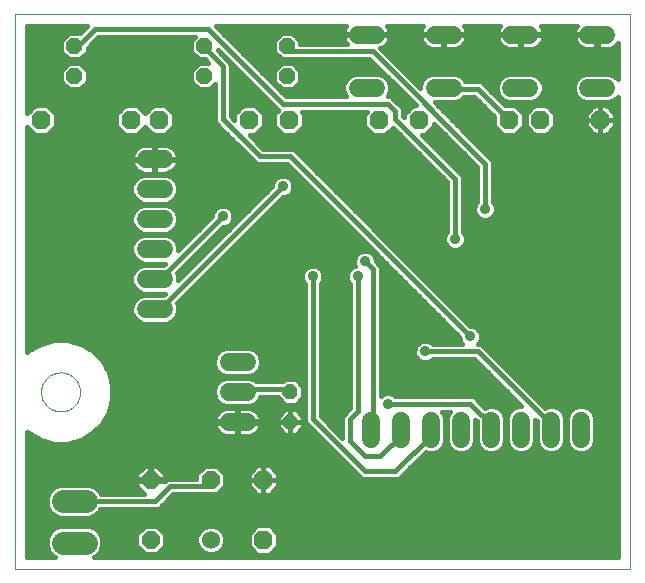
<source format=gbl>
G75*
G70*
%OFA0B0*%
%FSLAX24Y24*%
%IPPOS*%
%LPD*%
%AMOC8*
5,1,8,0,0,1.08239X$1,22.5*
%
%ADD10C,0.0000*%
%ADD11OC8,0.0630*%
%ADD12OC8,0.0500*%
%ADD13C,0.0750*%
%ADD14C,0.0600*%
%ADD15C,0.0600*%
%ADD16OC8,0.0600*%
%ADD17OC8,0.0520*%
%ADD18C,0.0160*%
%ADD19C,0.0356*%
D10*
X000258Y000893D02*
X000258Y019397D01*
X020731Y019397D01*
X020731Y000893D01*
X000258Y000893D01*
X001114Y006798D02*
X001116Y006848D01*
X001122Y006898D01*
X001132Y006948D01*
X001145Y006996D01*
X001162Y007044D01*
X001183Y007090D01*
X001207Y007134D01*
X001235Y007176D01*
X001266Y007216D01*
X001300Y007253D01*
X001337Y007288D01*
X001376Y007319D01*
X001417Y007348D01*
X001461Y007373D01*
X001507Y007395D01*
X001554Y007413D01*
X001602Y007427D01*
X001651Y007438D01*
X001701Y007445D01*
X001751Y007448D01*
X001802Y007447D01*
X001852Y007442D01*
X001902Y007433D01*
X001950Y007421D01*
X001998Y007404D01*
X002044Y007384D01*
X002089Y007361D01*
X002132Y007334D01*
X002172Y007304D01*
X002210Y007271D01*
X002245Y007235D01*
X002278Y007196D01*
X002307Y007155D01*
X002333Y007112D01*
X002356Y007067D01*
X002375Y007020D01*
X002390Y006972D01*
X002402Y006923D01*
X002410Y006873D01*
X002414Y006823D01*
X002414Y006773D01*
X002410Y006723D01*
X002402Y006673D01*
X002390Y006624D01*
X002375Y006576D01*
X002356Y006529D01*
X002333Y006484D01*
X002307Y006441D01*
X002278Y006400D01*
X002245Y006361D01*
X002210Y006325D01*
X002172Y006292D01*
X002132Y006262D01*
X002089Y006235D01*
X002044Y006212D01*
X001998Y006192D01*
X001950Y006175D01*
X001902Y006163D01*
X001852Y006154D01*
X001802Y006149D01*
X001751Y006148D01*
X001701Y006151D01*
X001651Y006158D01*
X001602Y006169D01*
X001554Y006183D01*
X001507Y006201D01*
X001461Y006223D01*
X001417Y006248D01*
X001376Y006277D01*
X001337Y006308D01*
X001300Y006343D01*
X001266Y006380D01*
X001235Y006420D01*
X001207Y006462D01*
X001183Y006506D01*
X001162Y006552D01*
X001145Y006600D01*
X001132Y006648D01*
X001122Y006698D01*
X001116Y006748D01*
X001114Y006798D01*
D11*
X008526Y003861D03*
X008526Y001861D03*
X008057Y015853D03*
X009388Y015853D03*
X012388Y015853D03*
X013719Y015853D03*
X016719Y015853D03*
X017762Y015853D03*
X019762Y015853D03*
X005057Y015853D03*
X004120Y015853D03*
X001120Y015853D03*
D12*
X009428Y006798D03*
X009428Y005798D03*
D13*
X002602Y003156D02*
X001852Y003156D01*
X001852Y001778D02*
X002602Y001778D01*
D14*
X007364Y005798D02*
X007964Y005798D01*
X007964Y006798D02*
X007364Y006798D01*
X007364Y007798D02*
X007964Y007798D01*
X005208Y009560D02*
X004608Y009560D01*
X004608Y010560D02*
X005208Y010560D01*
X005208Y011560D02*
X004608Y011560D01*
X004608Y012560D02*
X005208Y012560D01*
X005208Y013560D02*
X004608Y013560D01*
X004608Y014560D02*
X005208Y014560D01*
X011670Y016932D02*
X012270Y016932D01*
X012270Y018712D02*
X011670Y018712D01*
X014230Y018712D02*
X014830Y018712D01*
X014830Y016932D02*
X014230Y016932D01*
X016789Y016932D02*
X017389Y016932D01*
X017389Y018712D02*
X016789Y018712D01*
X019349Y018712D02*
X019949Y018712D01*
X019949Y016932D02*
X019349Y016932D01*
X019113Y005842D02*
X019113Y005242D01*
X018113Y005242D02*
X018113Y005842D01*
X017113Y005842D02*
X017113Y005242D01*
X016113Y005242D02*
X016113Y005842D01*
X015113Y005842D02*
X015113Y005242D01*
X014113Y005242D02*
X014113Y005842D01*
X013113Y005842D02*
X013113Y005242D01*
X012113Y005242D02*
X012113Y005842D01*
D15*
X006770Y001861D03*
D16*
X004770Y001861D03*
X004770Y003861D03*
X006770Y003861D03*
D17*
X006557Y017322D03*
X006557Y018322D03*
X009313Y018322D03*
X009313Y017322D03*
X002227Y017322D03*
X002227Y018322D03*
D18*
X002420Y018399D01*
X002920Y018899D01*
X006670Y018899D01*
X009170Y016399D01*
X012670Y016399D01*
X012920Y016149D01*
X012920Y015899D01*
X014920Y013899D01*
X014920Y011899D01*
X015180Y012145D02*
X015180Y013847D01*
X015180Y013950D01*
X015140Y014046D01*
X013828Y015358D01*
X013924Y015358D01*
X014214Y015648D01*
X014214Y015737D01*
X015660Y014291D01*
X015660Y013145D01*
X015616Y013101D01*
X015562Y012970D01*
X015562Y012827D01*
X015616Y012696D01*
X015717Y012595D01*
X015848Y012540D01*
X015991Y012540D01*
X016123Y012595D01*
X016223Y012696D01*
X016278Y012827D01*
X016278Y012970D01*
X016223Y013101D01*
X016180Y013145D01*
X016180Y014347D01*
X016180Y014450D01*
X016140Y014546D01*
X014234Y016452D01*
X014926Y016452D01*
X015102Y016525D01*
X015216Y016639D01*
X015562Y016639D01*
X016224Y015977D01*
X016224Y015648D01*
X016514Y015358D01*
X016924Y015358D01*
X017214Y015648D01*
X017214Y016058D01*
X016924Y016348D01*
X016588Y016348D01*
X015817Y017119D01*
X015721Y017158D01*
X015618Y017158D01*
X015256Y017158D01*
X015237Y017204D01*
X015102Y017339D01*
X014926Y017412D01*
X014135Y017412D01*
X013958Y017339D01*
X013823Y017204D01*
X013750Y017027D01*
X013750Y016935D01*
X012428Y018258D01*
X012455Y018267D01*
X012522Y018301D01*
X012583Y018346D01*
X012636Y018399D01*
X012681Y018460D01*
X012715Y018527D01*
X012739Y018599D01*
X012750Y018674D01*
X012750Y018692D01*
X011991Y018692D01*
X011991Y018732D01*
X012750Y018732D01*
X012750Y018749D01*
X012739Y018824D01*
X012715Y018896D01*
X012681Y018963D01*
X012652Y019003D01*
X013849Y019003D01*
X013820Y018963D01*
X013786Y018896D01*
X013762Y018824D01*
X013750Y018749D01*
X013750Y018732D01*
X014510Y018732D01*
X014510Y018692D01*
X013750Y018692D01*
X013750Y018674D01*
X013762Y018599D01*
X013786Y018527D01*
X013820Y018460D01*
X013864Y018399D01*
X013918Y018346D01*
X013979Y018301D01*
X014046Y018267D01*
X014118Y018244D01*
X014193Y018232D01*
X014510Y018232D01*
X014510Y018691D01*
X014550Y018691D01*
X014550Y018232D01*
X014868Y018232D01*
X014943Y018244D01*
X015015Y018267D01*
X015082Y018301D01*
X015143Y018346D01*
X015196Y018399D01*
X015241Y018460D01*
X015275Y018527D01*
X015299Y018599D01*
X015310Y018674D01*
X015310Y018692D01*
X014551Y018692D01*
X014551Y018732D01*
X015310Y018732D01*
X015310Y018749D01*
X015299Y018824D01*
X015275Y018896D01*
X015241Y018963D01*
X015212Y019003D01*
X016407Y019003D01*
X016378Y018963D01*
X016344Y018896D01*
X016320Y018824D01*
X016309Y018749D01*
X016309Y018732D01*
X017068Y018732D01*
X017068Y018692D01*
X016309Y018692D01*
X016309Y018674D01*
X016320Y018599D01*
X016344Y018527D01*
X016378Y018460D01*
X016422Y018399D01*
X016476Y018346D01*
X016537Y018301D01*
X016604Y018267D01*
X016676Y018244D01*
X016751Y018232D01*
X017068Y018232D01*
X017068Y018691D01*
X017109Y018691D01*
X017109Y018232D01*
X017426Y018232D01*
X017501Y018244D01*
X017573Y018267D01*
X017640Y018301D01*
X017701Y018346D01*
X017755Y018399D01*
X017799Y018460D01*
X017833Y018527D01*
X017857Y018599D01*
X017868Y018674D01*
X017868Y018692D01*
X017109Y018692D01*
X017109Y018732D01*
X017868Y018732D01*
X017868Y018749D01*
X017857Y018824D01*
X017833Y018896D01*
X017799Y018963D01*
X017770Y019003D01*
X018967Y019003D01*
X018938Y018963D01*
X018904Y018896D01*
X018880Y018824D01*
X018869Y018749D01*
X018869Y018732D01*
X019628Y018732D01*
X019628Y018692D01*
X018869Y018692D01*
X018869Y018674D01*
X018880Y018599D01*
X018904Y018527D01*
X018938Y018460D01*
X018982Y018399D01*
X019036Y018346D01*
X019097Y018301D01*
X019164Y018267D01*
X019236Y018244D01*
X019311Y018232D01*
X019628Y018232D01*
X019628Y018691D01*
X019669Y018691D01*
X019669Y018232D01*
X019986Y018232D01*
X020061Y018244D01*
X020133Y018267D01*
X020200Y018301D01*
X020261Y018346D01*
X020315Y018399D01*
X020337Y018430D01*
X020337Y017222D01*
X020220Y017339D01*
X020044Y017412D01*
X019253Y017412D01*
X019077Y017339D01*
X018942Y017204D01*
X018869Y017027D01*
X018869Y016836D01*
X018942Y016660D01*
X019077Y016525D01*
X019253Y016452D01*
X020044Y016452D01*
X020220Y016525D01*
X020337Y016641D01*
X020337Y001286D01*
X002864Y001286D01*
X002916Y001308D01*
X003072Y001464D01*
X003157Y001668D01*
X003157Y001889D01*
X003072Y002093D01*
X002916Y002249D01*
X002712Y002333D01*
X001741Y002333D01*
X001537Y002249D01*
X001381Y002093D01*
X001297Y001889D01*
X001297Y001668D01*
X001381Y001464D01*
X001537Y001308D01*
X001590Y001286D01*
X000652Y001286D01*
X000652Y005463D01*
X000702Y005414D01*
X001096Y005186D01*
X001536Y005068D01*
X001992Y005068D01*
X002432Y005186D01*
X002826Y005414D01*
X003148Y005736D01*
X003376Y006130D01*
X003494Y006570D01*
X003494Y007026D01*
X003376Y007466D01*
X003148Y007860D01*
X002826Y008182D01*
X002432Y008410D01*
X001992Y008528D01*
X001536Y008528D01*
X001096Y008410D01*
X000702Y008182D01*
X000652Y008133D01*
X000652Y015622D01*
X000915Y015358D01*
X001325Y015358D01*
X001615Y015648D01*
X001615Y016058D01*
X001325Y016348D01*
X000915Y016348D01*
X000652Y016085D01*
X000652Y019003D01*
X002656Y019003D01*
X002412Y018759D01*
X002409Y018762D01*
X002045Y018762D01*
X001787Y018504D01*
X001787Y018139D01*
X002045Y017882D01*
X002409Y017882D01*
X002667Y018139D01*
X002667Y018278D01*
X003027Y018639D01*
X006252Y018639D01*
X006117Y018504D01*
X006117Y018139D01*
X006375Y017882D01*
X006569Y017882D01*
X006689Y017762D01*
X006375Y017762D01*
X006117Y017504D01*
X006117Y017139D01*
X006375Y016882D01*
X006740Y016882D01*
X006910Y017052D01*
X006910Y015847D01*
X006949Y015751D01*
X007022Y015678D01*
X008272Y014428D01*
X008368Y014389D01*
X008471Y014389D01*
X009312Y014389D01*
X015062Y008639D01*
X015062Y008577D01*
X015116Y008446D01*
X015153Y008408D01*
X014166Y008408D01*
X014123Y008452D01*
X013991Y008507D01*
X013848Y008507D01*
X013717Y008452D01*
X013616Y008351D01*
X013562Y008220D01*
X013562Y008077D01*
X013616Y007946D01*
X013717Y007845D01*
X013848Y007790D01*
X013991Y007790D01*
X014123Y007845D01*
X014166Y007889D01*
X015562Y007889D01*
X017128Y006322D01*
X017017Y006322D01*
X016841Y006249D01*
X016706Y006114D01*
X016633Y005938D01*
X016633Y005147D01*
X016706Y004970D01*
X016841Y004835D01*
X017017Y004762D01*
X017208Y004762D01*
X017384Y004835D01*
X017519Y004970D01*
X017593Y005147D01*
X017593Y005858D01*
X017633Y005818D01*
X017633Y005147D01*
X017706Y004970D01*
X017841Y004835D01*
X018017Y004762D01*
X018208Y004762D01*
X018384Y004835D01*
X018519Y004970D01*
X018593Y005147D01*
X018593Y005938D01*
X018519Y006114D01*
X018384Y006249D01*
X018208Y006322D01*
X018017Y006322D01*
X017909Y006277D01*
X015817Y008369D01*
X015721Y008408D01*
X015686Y008408D01*
X015723Y008446D01*
X015778Y008577D01*
X015778Y008720D01*
X015723Y008851D01*
X015623Y008952D01*
X015491Y009007D01*
X015429Y009007D01*
X009640Y014796D01*
X009567Y014869D01*
X009471Y014908D01*
X008527Y014908D01*
X008078Y015358D01*
X008262Y015358D01*
X008552Y015648D01*
X008552Y016058D01*
X008262Y016348D01*
X007852Y016348D01*
X007562Y016058D01*
X007562Y015873D01*
X007430Y016006D01*
X007430Y017597D01*
X007430Y017700D01*
X007390Y017796D01*
X006997Y018188D01*
X006997Y018203D01*
X009018Y016183D01*
X008893Y016058D01*
X008893Y015648D01*
X009183Y015358D01*
X009593Y015358D01*
X009883Y015648D01*
X009883Y016058D01*
X009803Y016139D01*
X011974Y016139D01*
X011893Y016058D01*
X011893Y015648D01*
X012183Y015358D01*
X012593Y015358D01*
X012843Y015608D01*
X014660Y013791D01*
X014660Y012145D01*
X014616Y012101D01*
X014562Y011970D01*
X014562Y011827D01*
X014616Y011696D01*
X014717Y011595D01*
X014848Y011540D01*
X014991Y011540D01*
X015123Y011595D01*
X015223Y011696D01*
X015278Y011827D01*
X015278Y011970D01*
X015223Y012101D01*
X015180Y012145D01*
X015180Y012210D02*
X020337Y012210D01*
X020337Y012368D02*
X015180Y012368D01*
X015180Y012527D02*
X020337Y012527D01*
X020337Y012685D02*
X016213Y012685D01*
X016278Y012844D02*
X020337Y012844D01*
X020337Y013003D02*
X016264Y013003D01*
X016180Y013161D02*
X020337Y013161D01*
X020337Y013320D02*
X016180Y013320D01*
X016180Y013478D02*
X020337Y013478D01*
X020337Y013637D02*
X016180Y013637D01*
X016180Y013795D02*
X020337Y013795D01*
X020337Y013954D02*
X016180Y013954D01*
X016180Y014112D02*
X020337Y014112D01*
X020337Y014271D02*
X016180Y014271D01*
X016180Y014429D02*
X020337Y014429D01*
X020337Y014588D02*
X016098Y014588D01*
X015939Y014747D02*
X020337Y014747D01*
X020337Y014905D02*
X015781Y014905D01*
X015622Y015064D02*
X020337Y015064D01*
X020337Y015222D02*
X015464Y015222D01*
X015305Y015381D02*
X016491Y015381D01*
X016333Y015539D02*
X015147Y015539D01*
X014988Y015698D02*
X016224Y015698D01*
X016224Y015856D02*
X014829Y015856D01*
X014671Y016015D02*
X016186Y016015D01*
X016027Y016173D02*
X014512Y016173D01*
X014354Y016332D02*
X015869Y016332D01*
X015710Y016491D02*
X015019Y016491D01*
X014670Y016899D02*
X014530Y016932D01*
X014670Y016899D02*
X015670Y016899D01*
X016670Y015899D01*
X016719Y015853D01*
X017214Y015856D02*
X017267Y015856D01*
X017267Y015698D02*
X017214Y015698D01*
X017267Y015648D02*
X017557Y015358D01*
X017967Y015358D01*
X018257Y015648D01*
X018257Y016058D01*
X017967Y016348D01*
X017557Y016348D01*
X017267Y016058D01*
X017267Y015648D01*
X017376Y015539D02*
X017105Y015539D01*
X016946Y015381D02*
X017535Y015381D01*
X017990Y015381D02*
X019535Y015381D01*
X019557Y015358D02*
X019762Y015358D01*
X019762Y015853D01*
X019762Y015853D01*
X019267Y015853D01*
X019267Y015648D01*
X019557Y015358D01*
X019762Y015358D02*
X019967Y015358D01*
X020257Y015648D01*
X020257Y015853D01*
X019763Y015853D01*
X019763Y015853D01*
X020257Y015853D01*
X020257Y016058D01*
X019967Y016348D01*
X019762Y016348D01*
X019557Y016348D01*
X019267Y016058D01*
X019267Y015853D01*
X019762Y015853D01*
X019762Y015853D01*
X019762Y015358D01*
X019762Y015381D02*
X019762Y015381D01*
X019762Y015539D02*
X019762Y015539D01*
X019762Y015698D02*
X019762Y015698D01*
X019762Y015854D02*
X019762Y016348D01*
X019762Y015854D01*
X019762Y015854D01*
X019762Y015856D02*
X019762Y015856D01*
X019762Y016015D02*
X019762Y016015D01*
X019762Y016173D02*
X019762Y016173D01*
X019762Y016332D02*
X019762Y016332D01*
X019541Y016332D02*
X017983Y016332D01*
X018142Y016173D02*
X019382Y016173D01*
X019267Y016015D02*
X018257Y016015D01*
X018257Y015856D02*
X019267Y015856D01*
X019267Y015698D02*
X018257Y015698D01*
X018148Y015539D02*
X019376Y015539D01*
X019990Y015381D02*
X020337Y015381D01*
X020337Y015539D02*
X020148Y015539D01*
X020257Y015698D02*
X020337Y015698D01*
X020337Y015856D02*
X020257Y015856D01*
X020257Y016015D02*
X020337Y016015D01*
X020337Y016173D02*
X020142Y016173D01*
X019983Y016332D02*
X020337Y016332D01*
X020337Y016491D02*
X020138Y016491D01*
X020276Y017283D02*
X020337Y017283D01*
X020337Y017442D02*
X013244Y017442D01*
X013086Y017600D02*
X020337Y017600D01*
X020337Y017759D02*
X012927Y017759D01*
X012768Y017917D02*
X020337Y017917D01*
X020337Y018076D02*
X012610Y018076D01*
X012451Y018234D02*
X014175Y018234D01*
X013870Y018393D02*
X012631Y018393D01*
X012723Y018552D02*
X013778Y018552D01*
X013777Y018869D02*
X012724Y018869D01*
X011991Y018710D02*
X014510Y018710D01*
X014551Y018710D02*
X017068Y018710D01*
X017109Y018710D02*
X019628Y018710D01*
X019628Y018552D02*
X019669Y018552D01*
X019669Y018393D02*
X019628Y018393D01*
X019628Y018234D02*
X019669Y018234D01*
X019293Y018234D02*
X017444Y018234D01*
X017109Y018234D02*
X017068Y018234D01*
X017068Y018393D02*
X017109Y018393D01*
X017109Y018552D02*
X017068Y018552D01*
X016733Y018234D02*
X014886Y018234D01*
X014550Y018234D02*
X014510Y018234D01*
X014510Y018393D02*
X014550Y018393D01*
X014550Y018552D02*
X014510Y018552D01*
X015191Y018393D02*
X016428Y018393D01*
X016336Y018552D02*
X015283Y018552D01*
X015284Y018869D02*
X016335Y018869D01*
X017749Y018393D02*
X018988Y018393D01*
X018896Y018552D02*
X017841Y018552D01*
X017842Y018869D02*
X018895Y018869D01*
X020004Y018234D02*
X020337Y018234D01*
X020337Y018393D02*
X020309Y018393D01*
X019021Y017283D02*
X017716Y017283D01*
X017660Y017339D02*
X017484Y017412D01*
X016693Y017412D01*
X016517Y017339D01*
X016382Y017204D01*
X016309Y017027D01*
X016309Y016836D01*
X016382Y016660D01*
X016517Y016525D01*
X016693Y016452D01*
X017484Y016452D01*
X017660Y016525D01*
X017795Y016660D01*
X017868Y016836D01*
X017868Y017027D01*
X017795Y017204D01*
X017660Y017339D01*
X017828Y017125D02*
X018909Y017125D01*
X018869Y016966D02*
X017868Y016966D01*
X017857Y016808D02*
X018880Y016808D01*
X018952Y016649D02*
X017785Y016649D01*
X017578Y016491D02*
X019159Y016491D01*
X017541Y016332D02*
X016940Y016332D01*
X017099Y016173D02*
X017382Y016173D01*
X017267Y016015D02*
X017214Y016015D01*
X016599Y016491D02*
X016445Y016491D01*
X016392Y016649D02*
X016287Y016649D01*
X016320Y016808D02*
X016128Y016808D01*
X015970Y016966D02*
X016309Y016966D01*
X016349Y017125D02*
X015803Y017125D01*
X015158Y017283D02*
X016461Y017283D01*
X014570Y015381D02*
X013946Y015381D01*
X013964Y015222D02*
X014728Y015222D01*
X014887Y015064D02*
X014122Y015064D01*
X014281Y014905D02*
X015045Y014905D01*
X015204Y014747D02*
X014439Y014747D01*
X014598Y014588D02*
X015362Y014588D01*
X015521Y014429D02*
X014756Y014429D01*
X014915Y014271D02*
X015660Y014271D01*
X015660Y014112D02*
X015073Y014112D01*
X015178Y013954D02*
X015660Y013954D01*
X015660Y013795D02*
X015180Y013795D01*
X015180Y013637D02*
X015660Y013637D01*
X015660Y013478D02*
X015180Y013478D01*
X015180Y013320D02*
X015660Y013320D01*
X015660Y013161D02*
X015180Y013161D01*
X015180Y013003D02*
X015575Y013003D01*
X015562Y012844D02*
X015180Y012844D01*
X015180Y012685D02*
X015626Y012685D01*
X015920Y012899D02*
X015920Y014399D01*
X012170Y018149D01*
X009420Y018149D01*
X009313Y018322D01*
X009706Y018552D02*
X011218Y018552D01*
X011226Y018527D02*
X011260Y018460D01*
X011297Y018408D01*
X009753Y018408D01*
X009753Y018504D01*
X009496Y018762D01*
X009131Y018762D01*
X008873Y018504D01*
X008873Y018139D01*
X009131Y017882D01*
X009496Y017882D01*
X009502Y017889D01*
X012062Y017889D01*
X013602Y016348D01*
X013514Y016348D01*
X013224Y016058D01*
X013224Y015962D01*
X013180Y016006D01*
X013180Y016097D01*
X013180Y016200D01*
X013140Y016296D01*
X012890Y016546D01*
X012817Y016619D01*
X012721Y016658D01*
X012676Y016658D01*
X012677Y016660D01*
X012750Y016836D01*
X012750Y017027D01*
X012677Y017204D01*
X012542Y017339D01*
X012366Y017412D01*
X011575Y017412D01*
X011398Y017339D01*
X011263Y017204D01*
X011190Y017027D01*
X011190Y016836D01*
X011263Y016660D01*
X011265Y016658D01*
X009277Y016658D01*
X006933Y019003D01*
X011289Y019003D01*
X011260Y018963D01*
X011226Y018896D01*
X011202Y018824D01*
X011190Y018749D01*
X011190Y018732D01*
X011950Y018732D01*
X011950Y018692D01*
X011190Y018692D01*
X011190Y018674D01*
X011202Y018599D01*
X011226Y018527D01*
X011217Y018869D02*
X007067Y018869D01*
X007226Y018710D02*
X009080Y018710D01*
X008921Y018552D02*
X007384Y018552D01*
X007543Y018393D02*
X008873Y018393D01*
X008873Y018234D02*
X007701Y018234D01*
X007860Y018076D02*
X008937Y018076D01*
X009095Y017917D02*
X008018Y017917D01*
X008177Y017759D02*
X009128Y017759D01*
X009131Y017762D02*
X008873Y017504D01*
X008873Y017139D01*
X009131Y016882D01*
X009496Y016882D01*
X009753Y017139D01*
X009753Y017504D01*
X009496Y017762D01*
X009131Y017762D01*
X008970Y017600D02*
X008336Y017600D01*
X008494Y017442D02*
X008873Y017442D01*
X008873Y017283D02*
X008653Y017283D01*
X008811Y017125D02*
X008888Y017125D01*
X008970Y016966D02*
X009047Y016966D01*
X009128Y016808D02*
X011202Y016808D01*
X011190Y016966D02*
X009580Y016966D01*
X009739Y017125D02*
X011231Y017125D01*
X011343Y017283D02*
X009753Y017283D01*
X009753Y017442D02*
X012509Y017442D01*
X012598Y017283D02*
X012667Y017283D01*
X012710Y017125D02*
X012826Y017125D01*
X012750Y016966D02*
X012984Y016966D01*
X013143Y016808D02*
X012738Y016808D01*
X012744Y016649D02*
X013301Y016649D01*
X013460Y016491D02*
X012945Y016491D01*
X013104Y016332D02*
X013498Y016332D01*
X013339Y016173D02*
X013180Y016173D01*
X013180Y016015D02*
X013224Y016015D01*
X012911Y015539D02*
X012774Y015539D01*
X012616Y015381D02*
X013070Y015381D01*
X013228Y015222D02*
X008214Y015222D01*
X008285Y015381D02*
X009161Y015381D01*
X009002Y015539D02*
X008444Y015539D01*
X008552Y015698D02*
X008893Y015698D01*
X008893Y015856D02*
X008552Y015856D01*
X008552Y016015D02*
X008893Y016015D01*
X009008Y016173D02*
X008437Y016173D01*
X008279Y016332D02*
X008869Y016332D01*
X008710Y016491D02*
X007430Y016491D01*
X007430Y016649D02*
X008551Y016649D01*
X008393Y016808D02*
X007430Y016808D01*
X007430Y016966D02*
X008234Y016966D01*
X008076Y017125D02*
X007430Y017125D01*
X007430Y017283D02*
X007917Y017283D01*
X007759Y017442D02*
X007430Y017442D01*
X007430Y017600D02*
X007600Y017600D01*
X007442Y017759D02*
X007405Y017759D01*
X007283Y017917D02*
X007268Y017917D01*
X007125Y018076D02*
X007110Y018076D01*
X007170Y017649D02*
X006670Y018149D01*
X006557Y018322D01*
X006117Y018393D02*
X002782Y018393D01*
X002667Y018234D02*
X006117Y018234D01*
X006181Y018076D02*
X002603Y018076D01*
X002445Y017917D02*
X006340Y017917D01*
X006372Y017759D02*
X002412Y017759D01*
X002409Y017762D02*
X002045Y017762D01*
X001787Y017504D01*
X001787Y017139D01*
X002045Y016882D01*
X002409Y016882D01*
X002667Y017139D01*
X002667Y017504D01*
X002409Y017762D01*
X002570Y017600D02*
X006214Y017600D01*
X006117Y017442D02*
X002667Y017442D01*
X002667Y017283D02*
X006117Y017283D01*
X006132Y017125D02*
X002652Y017125D01*
X002493Y016966D02*
X006291Y016966D01*
X006824Y016966D02*
X006910Y016966D01*
X006910Y016808D02*
X000652Y016808D01*
X000652Y016966D02*
X001960Y016966D01*
X001802Y017125D02*
X000652Y017125D01*
X000652Y017283D02*
X001787Y017283D01*
X001787Y017442D02*
X000652Y017442D01*
X000652Y017600D02*
X001883Y017600D01*
X002042Y017759D02*
X000652Y017759D01*
X000652Y017917D02*
X002009Y017917D01*
X001850Y018076D02*
X000652Y018076D01*
X000652Y018234D02*
X001787Y018234D01*
X001787Y018393D02*
X000652Y018393D01*
X000652Y018552D02*
X001834Y018552D01*
X001993Y018710D02*
X000652Y018710D01*
X000652Y018869D02*
X002522Y018869D01*
X002940Y018552D02*
X006165Y018552D01*
X007170Y017649D02*
X007170Y015899D01*
X008420Y014649D01*
X009420Y014649D01*
X015420Y008649D01*
X015772Y008563D02*
X020337Y008563D01*
X020337Y008405D02*
X015730Y008405D01*
X015940Y008246D02*
X020337Y008246D01*
X020337Y008088D02*
X016098Y008088D01*
X016257Y007929D02*
X020337Y007929D01*
X020337Y007771D02*
X016415Y007771D01*
X016574Y007612D02*
X020337Y007612D01*
X020337Y007454D02*
X016732Y007454D01*
X016891Y007295D02*
X020337Y007295D01*
X020337Y007136D02*
X017049Y007136D01*
X017208Y006978D02*
X020337Y006978D01*
X020337Y006819D02*
X017366Y006819D01*
X017525Y006661D02*
X020337Y006661D01*
X020337Y006502D02*
X017684Y006502D01*
X017842Y006344D02*
X020337Y006344D01*
X020337Y006185D02*
X019448Y006185D01*
X019384Y006249D02*
X019208Y006322D01*
X019017Y006322D01*
X018841Y006249D01*
X018706Y006114D01*
X018633Y005938D01*
X018633Y005147D01*
X018706Y004970D01*
X018841Y004835D01*
X019017Y004762D01*
X019208Y004762D01*
X019384Y004835D01*
X019519Y004970D01*
X019593Y005147D01*
X019593Y005938D01*
X019519Y006114D01*
X019384Y006249D01*
X019556Y006027D02*
X020337Y006027D01*
X020337Y005868D02*
X019593Y005868D01*
X019593Y005710D02*
X020337Y005710D01*
X020337Y005551D02*
X019593Y005551D01*
X019593Y005392D02*
X020337Y005392D01*
X020337Y005234D02*
X019593Y005234D01*
X019563Y005075D02*
X020337Y005075D01*
X020337Y004917D02*
X019466Y004917D01*
X018759Y004917D02*
X018466Y004917D01*
X018563Y005075D02*
X018662Y005075D01*
X018633Y005234D02*
X018593Y005234D01*
X018593Y005392D02*
X018633Y005392D01*
X018633Y005551D02*
X018593Y005551D01*
X018593Y005710D02*
X018633Y005710D01*
X018633Y005868D02*
X018593Y005868D01*
X018556Y006027D02*
X018669Y006027D01*
X018777Y006185D02*
X018448Y006185D01*
X018170Y005649D02*
X018113Y005542D01*
X018170Y005649D02*
X015670Y008149D01*
X013920Y008149D01*
X013670Y008405D02*
X012430Y008405D01*
X012430Y008563D02*
X015067Y008563D01*
X014979Y008722D02*
X012430Y008722D01*
X012430Y008880D02*
X014820Y008880D01*
X014661Y009039D02*
X012430Y009039D01*
X012430Y009198D02*
X014503Y009198D01*
X014344Y009356D02*
X012430Y009356D01*
X012430Y009515D02*
X014186Y009515D01*
X014027Y009673D02*
X012430Y009673D01*
X012430Y009832D02*
X013869Y009832D01*
X013710Y009990D02*
X012430Y009990D01*
X012430Y010149D02*
X013552Y010149D01*
X013393Y010307D02*
X012430Y010307D01*
X012430Y010466D02*
X013235Y010466D01*
X013076Y010624D02*
X012430Y010624D01*
X012430Y010783D02*
X012918Y010783D01*
X012759Y010941D02*
X012430Y010941D01*
X012430Y010950D02*
X012390Y011046D01*
X012317Y011119D01*
X012278Y011158D01*
X012278Y011220D01*
X012223Y011351D01*
X012123Y011452D01*
X011991Y011507D01*
X011848Y011507D01*
X011717Y011452D01*
X011616Y011351D01*
X011562Y011220D01*
X011562Y011077D01*
X011592Y011004D01*
X011467Y010952D01*
X011366Y010851D01*
X011312Y010720D01*
X011312Y010577D01*
X011366Y010446D01*
X011410Y010402D01*
X011410Y006256D01*
X011272Y006119D01*
X011199Y006046D01*
X011160Y005950D01*
X011160Y005276D01*
X010430Y006006D01*
X010430Y010402D01*
X010473Y010446D01*
X010528Y010577D01*
X010528Y010720D01*
X010473Y010851D01*
X010373Y010952D01*
X010241Y011007D01*
X010098Y011007D01*
X009967Y010952D01*
X009866Y010851D01*
X009812Y010720D01*
X009812Y010577D01*
X009866Y010446D01*
X009910Y010402D01*
X009910Y005950D01*
X009910Y005847D01*
X009949Y005751D01*
X011699Y004001D01*
X011772Y003928D01*
X011868Y003889D01*
X012868Y003889D01*
X012971Y003889D01*
X013067Y003928D01*
X013935Y004796D01*
X014017Y004762D01*
X014208Y004762D01*
X014384Y004835D01*
X014519Y004970D01*
X014593Y005147D01*
X014593Y005938D01*
X014519Y006114D01*
X014495Y006139D01*
X014730Y006139D01*
X014706Y006114D01*
X014633Y005938D01*
X014633Y005147D01*
X014706Y004970D01*
X014841Y004835D01*
X015017Y004762D01*
X015208Y004762D01*
X015384Y004835D01*
X015519Y004970D01*
X015593Y005147D01*
X015593Y005858D01*
X015633Y005818D01*
X015633Y005147D01*
X015706Y004970D01*
X015841Y004835D01*
X016017Y004762D01*
X016208Y004762D01*
X016384Y004835D01*
X016519Y004970D01*
X016593Y005147D01*
X016593Y005938D01*
X016519Y006114D01*
X016384Y006249D01*
X016208Y006322D01*
X016017Y006322D01*
X015909Y006277D01*
X015567Y006619D01*
X015471Y006658D01*
X015368Y006658D01*
X012916Y006658D01*
X012873Y006702D01*
X012741Y006757D01*
X012598Y006757D01*
X012467Y006702D01*
X012430Y006665D01*
X012430Y010950D01*
X012336Y011100D02*
X012600Y011100D01*
X012442Y011259D02*
X012262Y011259D01*
X012283Y011417D02*
X012157Y011417D01*
X012125Y011576D02*
X007464Y011576D01*
X007306Y011417D02*
X011682Y011417D01*
X011578Y011259D02*
X007147Y011259D01*
X006989Y011100D02*
X011562Y011100D01*
X011456Y010941D02*
X010383Y010941D01*
X010502Y010783D02*
X011338Y010783D01*
X011312Y010624D02*
X010528Y010624D01*
X010482Y010466D02*
X011358Y010466D01*
X011410Y010307D02*
X010430Y010307D01*
X010430Y010149D02*
X011410Y010149D01*
X011410Y009990D02*
X010430Y009990D01*
X010430Y009832D02*
X011410Y009832D01*
X011410Y009673D02*
X010430Y009673D01*
X010430Y009515D02*
X011410Y009515D01*
X011410Y009356D02*
X010430Y009356D01*
X010430Y009198D02*
X011410Y009198D01*
X011410Y009039D02*
X010430Y009039D01*
X010430Y008880D02*
X011410Y008880D01*
X011410Y008722D02*
X010430Y008722D01*
X010430Y008563D02*
X011410Y008563D01*
X011410Y008405D02*
X010430Y008405D01*
X010430Y008246D02*
X011410Y008246D01*
X011410Y008088D02*
X010430Y008088D01*
X010430Y007929D02*
X011410Y007929D01*
X011410Y007771D02*
X010430Y007771D01*
X010430Y007612D02*
X011410Y007612D01*
X011410Y007454D02*
X010430Y007454D01*
X010430Y007295D02*
X011410Y007295D01*
X011410Y007136D02*
X010430Y007136D01*
X010430Y006978D02*
X011410Y006978D01*
X011410Y006819D02*
X010430Y006819D01*
X010430Y006661D02*
X011410Y006661D01*
X011410Y006502D02*
X010430Y006502D01*
X010430Y006344D02*
X011410Y006344D01*
X011339Y006185D02*
X010430Y006185D01*
X010430Y006027D02*
X011191Y006027D01*
X011272Y006119D02*
X011272Y006119D01*
X011420Y005899D02*
X011420Y005149D01*
X011920Y004649D01*
X012420Y004649D01*
X013170Y005399D01*
X013113Y005542D01*
X012170Y005649D02*
X012113Y005542D01*
X012170Y005649D02*
X012170Y010899D01*
X011920Y011149D01*
X011670Y010649D02*
X011670Y006149D01*
X011420Y005899D01*
X011160Y005868D02*
X010568Y005868D01*
X010726Y005710D02*
X011160Y005710D01*
X011160Y005551D02*
X010885Y005551D01*
X011043Y005392D02*
X011160Y005392D01*
X010784Y004917D02*
X000652Y004917D01*
X000652Y005075D02*
X001509Y005075D01*
X001013Y005234D02*
X000652Y005234D01*
X000652Y005392D02*
X000738Y005392D01*
X000652Y004758D02*
X010942Y004758D01*
X011101Y004600D02*
X000652Y004600D01*
X000652Y004441D02*
X011259Y004441D01*
X011418Y004283D02*
X008804Y004283D01*
X008731Y004356D02*
X008526Y004356D01*
X008526Y003861D01*
X008526Y003366D01*
X008731Y003366D01*
X009021Y003656D01*
X009021Y003861D01*
X008526Y003861D01*
X008526Y003861D01*
X008526Y003861D01*
X008526Y003366D01*
X008321Y003366D01*
X008031Y003656D01*
X008031Y003861D01*
X008526Y003861D01*
X008526Y003861D01*
X009021Y003861D01*
X009021Y004066D01*
X008731Y004356D01*
X008526Y004356D02*
X008321Y004356D01*
X008031Y004066D01*
X008031Y003861D01*
X008526Y003861D01*
X008526Y003861D01*
X008526Y004356D01*
X008526Y004283D02*
X008526Y004283D01*
X008526Y004124D02*
X008526Y004124D01*
X008526Y003966D02*
X008526Y003966D01*
X008526Y003807D02*
X008526Y003807D01*
X008526Y003649D02*
X008526Y003649D01*
X008526Y003490D02*
X008526Y003490D01*
X008855Y003490D02*
X020337Y003490D01*
X020337Y003649D02*
X009013Y003649D01*
X009021Y003807D02*
X020337Y003807D01*
X020337Y003966D02*
X013104Y003966D01*
X013263Y004124D02*
X020337Y004124D01*
X020337Y004283D02*
X013421Y004283D01*
X013580Y004441D02*
X020337Y004441D01*
X020337Y004600D02*
X013739Y004600D01*
X013897Y004758D02*
X020337Y004758D01*
X020337Y003331D02*
X005470Y003331D01*
X005527Y003389D02*
X006564Y003389D01*
X006571Y003381D01*
X006969Y003381D01*
X007250Y003662D01*
X007250Y004060D01*
X006969Y004341D01*
X006571Y004341D01*
X006290Y004060D01*
X006290Y003908D01*
X005471Y003908D01*
X005368Y003908D01*
X005272Y003869D01*
X005245Y003841D01*
X004790Y003841D01*
X004790Y003881D01*
X005250Y003881D01*
X005250Y004060D01*
X004969Y004341D01*
X004790Y004341D01*
X004790Y003881D01*
X004750Y003881D01*
X004750Y003841D01*
X004290Y003841D01*
X004290Y003662D01*
X004544Y003408D01*
X003098Y003408D01*
X003072Y003471D01*
X002916Y003627D01*
X002712Y003711D01*
X001741Y003711D01*
X001537Y003627D01*
X001381Y003471D01*
X001297Y003267D01*
X001297Y003046D01*
X001381Y002842D01*
X001537Y002686D01*
X001741Y002601D01*
X002712Y002601D01*
X002916Y002686D01*
X003072Y002842D01*
X003091Y002889D01*
X004971Y002889D01*
X005067Y002928D01*
X005140Y003001D01*
X005140Y003001D01*
X005527Y003389D01*
X005420Y003649D02*
X004920Y003149D01*
X002420Y003149D01*
X002227Y003156D01*
X002864Y003649D02*
X004304Y003649D01*
X004290Y003807D02*
X000652Y003807D01*
X000652Y003649D02*
X001590Y003649D01*
X001400Y003490D02*
X000652Y003490D01*
X000652Y003331D02*
X001324Y003331D01*
X001297Y003173D02*
X000652Y003173D01*
X000652Y003014D02*
X001310Y003014D01*
X001376Y002856D02*
X000652Y002856D01*
X000652Y002697D02*
X001526Y002697D01*
X001510Y002222D02*
X000652Y002222D01*
X000652Y002380D02*
X020337Y002380D01*
X020337Y002222D02*
X008865Y002222D01*
X008731Y002356D02*
X008321Y002356D01*
X008031Y002066D01*
X008031Y001656D01*
X008321Y001366D01*
X008731Y001366D01*
X009021Y001656D01*
X009021Y002066D01*
X008731Y002356D01*
X009021Y002063D02*
X020337Y002063D01*
X020337Y001905D02*
X009021Y001905D01*
X009021Y001746D02*
X020337Y001746D01*
X020337Y001587D02*
X008952Y001587D01*
X008794Y001429D02*
X020337Y001429D01*
X020337Y002539D02*
X000652Y002539D01*
X000652Y002063D02*
X001369Y002063D01*
X001303Y001905D02*
X000652Y001905D01*
X000652Y001746D02*
X001297Y001746D01*
X001330Y001587D02*
X000652Y001587D01*
X000652Y001429D02*
X001416Y001429D01*
X002943Y002222D02*
X004452Y002222D01*
X004571Y002341D02*
X004290Y002060D01*
X004290Y001662D01*
X004571Y001381D01*
X004969Y001381D01*
X005250Y001662D01*
X005250Y002060D01*
X004969Y002341D01*
X004571Y002341D01*
X004293Y002063D02*
X003085Y002063D01*
X003150Y001905D02*
X004290Y001905D01*
X004290Y001746D02*
X003157Y001746D01*
X003123Y001587D02*
X004365Y001587D01*
X004523Y001429D02*
X003037Y001429D01*
X002928Y002697D02*
X020337Y002697D01*
X020337Y002856D02*
X003078Y002856D01*
X003053Y003490D02*
X004462Y003490D01*
X004290Y003881D02*
X004750Y003881D01*
X004750Y004341D01*
X004571Y004341D01*
X004290Y004060D01*
X004290Y003881D01*
X004290Y003966D02*
X000652Y003966D01*
X000652Y004124D02*
X004354Y004124D01*
X004513Y004283D02*
X000652Y004283D01*
X002019Y005075D02*
X010625Y005075D01*
X010467Y005234D02*
X002515Y005234D01*
X002789Y005392D02*
X007105Y005392D01*
X007112Y005388D02*
X007179Y005353D01*
X007251Y005330D01*
X007326Y005318D01*
X007644Y005318D01*
X007644Y005778D01*
X007684Y005778D01*
X007684Y005818D01*
X008444Y005818D01*
X008444Y005836D01*
X008432Y005911D01*
X008409Y005982D01*
X008374Y006050D01*
X008330Y006111D01*
X008276Y006164D01*
X008215Y006209D01*
X008148Y006243D01*
X008076Y006266D01*
X008002Y006278D01*
X007684Y006278D01*
X007684Y005818D01*
X007644Y005818D01*
X007644Y006278D01*
X007326Y006278D01*
X007251Y006266D01*
X007179Y006243D01*
X007112Y006209D01*
X007051Y006164D01*
X006998Y006111D01*
X006953Y006050D01*
X006919Y005982D01*
X006896Y005911D01*
X006884Y005836D01*
X006884Y005818D01*
X007644Y005818D01*
X007644Y005778D01*
X006884Y005778D01*
X006884Y005760D01*
X006896Y005686D01*
X006919Y005614D01*
X006953Y005547D01*
X006998Y005485D01*
X007051Y005432D01*
X007112Y005388D01*
X006951Y005551D02*
X002963Y005551D01*
X003122Y005710D02*
X006892Y005710D01*
X006889Y005868D02*
X003224Y005868D01*
X003316Y006027D02*
X006942Y006027D01*
X007080Y006185D02*
X003391Y006185D01*
X003433Y006344D02*
X007206Y006344D01*
X007268Y006318D02*
X008059Y006318D01*
X008236Y006391D01*
X008371Y006526D01*
X008417Y006639D01*
X008998Y006639D01*
X008998Y006620D01*
X009249Y006368D01*
X009606Y006368D01*
X009858Y006620D01*
X009858Y006976D01*
X009606Y007228D01*
X009249Y007228D01*
X009180Y007158D01*
X008282Y007158D01*
X008236Y007205D01*
X008059Y007278D01*
X007268Y007278D01*
X007092Y007205D01*
X006957Y007070D01*
X006884Y006894D01*
X006884Y006703D01*
X006957Y006526D01*
X007092Y006391D01*
X007268Y006318D01*
X006981Y006502D02*
X003475Y006502D01*
X003494Y006661D02*
X006901Y006661D01*
X006884Y006819D02*
X003494Y006819D01*
X003494Y006978D02*
X006919Y006978D01*
X007023Y007136D02*
X003464Y007136D01*
X003422Y007295D02*
X009910Y007295D01*
X009910Y007136D02*
X009697Y007136D01*
X009856Y006978D02*
X009910Y006978D01*
X009910Y006819D02*
X009858Y006819D01*
X009858Y006661D02*
X009910Y006661D01*
X009910Y006502D02*
X009740Y006502D01*
X009910Y006344D02*
X008121Y006344D01*
X008248Y006185D02*
X009207Y006185D01*
X009249Y006228D02*
X008998Y005976D01*
X008998Y005798D01*
X008998Y005620D01*
X009249Y005368D01*
X009427Y005368D01*
X009427Y005798D01*
X008998Y005798D01*
X009427Y005798D01*
X009427Y005798D01*
X009428Y005798D01*
X009428Y005798D01*
X009858Y005798D01*
X009858Y005620D01*
X009606Y005368D01*
X009428Y005368D01*
X009428Y005798D01*
X009858Y005798D01*
X009858Y005976D01*
X009606Y006228D01*
X009428Y006228D01*
X009428Y005799D01*
X009427Y005799D01*
X009427Y006228D01*
X009249Y006228D01*
X009427Y006185D02*
X009428Y006185D01*
X009427Y006027D02*
X009428Y006027D01*
X009427Y005868D02*
X009428Y005868D01*
X009427Y005710D02*
X009428Y005710D01*
X009427Y005551D02*
X009428Y005551D01*
X009427Y005392D02*
X009428Y005392D01*
X009630Y005392D02*
X010308Y005392D01*
X010149Y005551D02*
X009789Y005551D01*
X009858Y005710D02*
X009991Y005710D01*
X009910Y005868D02*
X009858Y005868D01*
X009807Y006027D02*
X009910Y006027D01*
X009910Y006185D02*
X009649Y006185D01*
X009115Y006502D02*
X008347Y006502D01*
X008386Y006027D02*
X009048Y006027D01*
X008998Y005868D02*
X008439Y005868D01*
X008444Y005778D02*
X007684Y005778D01*
X007684Y005318D01*
X008002Y005318D01*
X008076Y005330D01*
X008148Y005353D01*
X008215Y005388D01*
X008276Y005432D01*
X008330Y005485D01*
X008374Y005547D01*
X008409Y005614D01*
X008432Y005686D01*
X008444Y005760D01*
X008444Y005778D01*
X008436Y005710D02*
X008998Y005710D01*
X009067Y005551D02*
X008377Y005551D01*
X008222Y005392D02*
X009225Y005392D01*
X010170Y005899D02*
X011920Y004149D01*
X012920Y004149D01*
X014170Y005399D01*
X014113Y005542D01*
X014593Y005551D02*
X014633Y005551D01*
X014633Y005392D02*
X014593Y005392D01*
X014593Y005234D02*
X014633Y005234D01*
X014662Y005075D02*
X014563Y005075D01*
X014466Y004917D02*
X014759Y004917D01*
X015466Y004917D02*
X015759Y004917D01*
X015662Y005075D02*
X015563Y005075D01*
X015593Y005234D02*
X015633Y005234D01*
X015633Y005392D02*
X015593Y005392D01*
X015593Y005551D02*
X015633Y005551D01*
X015633Y005710D02*
X015593Y005710D01*
X016113Y005542D02*
X016170Y005649D01*
X015420Y006399D01*
X012670Y006399D01*
X012914Y006661D02*
X016790Y006661D01*
X016948Y006502D02*
X015684Y006502D01*
X015842Y006344D02*
X017107Y006344D01*
X016777Y006185D02*
X016448Y006185D01*
X016556Y006027D02*
X016669Y006027D01*
X016633Y005868D02*
X016593Y005868D01*
X016593Y005710D02*
X016633Y005710D01*
X016633Y005551D02*
X016593Y005551D01*
X016593Y005392D02*
X016633Y005392D01*
X016633Y005234D02*
X016593Y005234D01*
X016563Y005075D02*
X016662Y005075D01*
X016759Y004917D02*
X016466Y004917D01*
X017466Y004917D02*
X017759Y004917D01*
X017662Y005075D02*
X017563Y005075D01*
X017593Y005234D02*
X017633Y005234D01*
X017633Y005392D02*
X017593Y005392D01*
X017593Y005551D02*
X017633Y005551D01*
X017633Y005710D02*
X017593Y005710D01*
X016631Y006819D02*
X012430Y006819D01*
X012430Y006978D02*
X016473Y006978D01*
X016314Y007136D02*
X012430Y007136D01*
X012430Y007295D02*
X016155Y007295D01*
X015997Y007454D02*
X012430Y007454D01*
X012430Y007612D02*
X015838Y007612D01*
X015680Y007771D02*
X012430Y007771D01*
X012430Y007929D02*
X013633Y007929D01*
X013562Y008088D02*
X012430Y008088D01*
X012430Y008246D02*
X013573Y008246D01*
X014763Y009673D02*
X020337Y009673D01*
X020337Y009515D02*
X014921Y009515D01*
X015080Y009356D02*
X020337Y009356D01*
X020337Y009198D02*
X015238Y009198D01*
X015397Y009039D02*
X020337Y009039D01*
X020337Y008880D02*
X015694Y008880D01*
X015777Y008722D02*
X020337Y008722D01*
X020337Y009832D02*
X014604Y009832D01*
X014446Y009990D02*
X020337Y009990D01*
X020337Y010149D02*
X014287Y010149D01*
X014129Y010307D02*
X020337Y010307D01*
X020337Y010466D02*
X013970Y010466D01*
X013811Y010624D02*
X020337Y010624D01*
X020337Y010783D02*
X013653Y010783D01*
X013494Y010941D02*
X020337Y010941D01*
X020337Y011100D02*
X013336Y011100D01*
X013177Y011259D02*
X020337Y011259D01*
X020337Y011417D02*
X013019Y011417D01*
X012860Y011576D02*
X014763Y011576D01*
X014600Y011734D02*
X012702Y011734D01*
X012543Y011893D02*
X014562Y011893D01*
X014595Y012051D02*
X012385Y012051D01*
X012226Y012210D02*
X014660Y012210D01*
X014660Y012368D02*
X012067Y012368D01*
X011909Y012527D02*
X014660Y012527D01*
X014660Y012685D02*
X011750Y012685D01*
X011592Y012844D02*
X014660Y012844D01*
X014660Y013003D02*
X011433Y013003D01*
X011275Y013161D02*
X014660Y013161D01*
X014660Y013320D02*
X011116Y013320D01*
X010958Y013478D02*
X014660Y013478D01*
X014660Y013637D02*
X010799Y013637D01*
X010641Y013795D02*
X014655Y013795D01*
X014497Y013954D02*
X010482Y013954D01*
X010323Y014112D02*
X014338Y014112D01*
X014180Y014271D02*
X010165Y014271D01*
X010006Y014429D02*
X014021Y014429D01*
X013862Y014588D02*
X009848Y014588D01*
X009689Y014747D02*
X013704Y014747D01*
X013545Y014905D02*
X009480Y014905D01*
X009616Y015381D02*
X012161Y015381D01*
X012002Y015539D02*
X009774Y015539D01*
X009883Y015698D02*
X011893Y015698D01*
X011893Y015856D02*
X009883Y015856D01*
X009883Y016015D02*
X011893Y016015D01*
X013387Y015064D02*
X008372Y015064D01*
X007954Y014747D02*
X005651Y014747D01*
X005653Y014744D02*
X005618Y014811D01*
X005574Y014873D01*
X005521Y014926D01*
X005459Y014970D01*
X005392Y015005D01*
X005320Y015028D01*
X005246Y015040D01*
X004928Y015040D01*
X004928Y014580D01*
X005688Y014580D01*
X005688Y014598D01*
X005676Y014672D01*
X005653Y014744D01*
X005688Y014588D02*
X008112Y014588D01*
X008271Y014429D02*
X005670Y014429D01*
X005676Y014447D02*
X005688Y014522D01*
X005688Y014540D01*
X004928Y014540D01*
X004928Y014580D01*
X004888Y014580D01*
X004888Y015040D01*
X004570Y015040D01*
X004495Y015028D01*
X004424Y015005D01*
X004356Y014970D01*
X004295Y014926D01*
X004242Y014873D01*
X004197Y014811D01*
X004163Y014744D01*
X004140Y014672D01*
X004128Y014598D01*
X004128Y014580D01*
X004888Y014580D01*
X004888Y014540D01*
X004928Y014540D01*
X004928Y014080D01*
X005246Y014080D01*
X005320Y014092D01*
X005392Y014115D01*
X005459Y014149D01*
X005521Y014194D01*
X005574Y014247D01*
X005618Y014308D01*
X005653Y014376D01*
X005676Y014447D01*
X005591Y014271D02*
X009430Y014271D01*
X009588Y014112D02*
X005384Y014112D01*
X005303Y014040D02*
X004512Y014040D01*
X004336Y013967D01*
X004201Y013832D01*
X004128Y013655D01*
X004128Y013464D01*
X004201Y013288D01*
X004336Y013153D01*
X004512Y013080D01*
X005303Y013080D01*
X005480Y013153D01*
X005615Y013288D01*
X005688Y013464D01*
X005688Y013655D01*
X005615Y013832D01*
X005480Y013967D01*
X005303Y014040D01*
X005493Y013954D02*
X008971Y013954D01*
X008967Y013952D02*
X008866Y013851D01*
X008812Y013720D01*
X008812Y013658D01*
X005688Y010534D01*
X005688Y010655D01*
X005646Y010757D01*
X007179Y012290D01*
X007241Y012290D01*
X007373Y012345D01*
X007473Y012446D01*
X007528Y012577D01*
X007528Y012720D01*
X007473Y012851D01*
X007373Y012952D01*
X007241Y013007D01*
X007098Y013007D01*
X006967Y012952D01*
X006866Y012851D01*
X006812Y012720D01*
X006812Y012658D01*
X005688Y011534D01*
X005688Y011655D01*
X005615Y011832D01*
X005480Y011967D01*
X005303Y012040D01*
X004512Y012040D01*
X004336Y011967D01*
X004201Y011832D01*
X004128Y011655D01*
X004128Y011464D01*
X004201Y011288D01*
X004336Y011153D01*
X004512Y011080D01*
X005233Y011080D01*
X005193Y011040D01*
X004512Y011040D01*
X004336Y010967D01*
X004201Y010832D01*
X004128Y010655D01*
X004128Y010464D01*
X004201Y010288D01*
X004336Y010153D01*
X004512Y010080D01*
X005233Y010080D01*
X005193Y010040D01*
X004512Y010040D01*
X004336Y009967D01*
X004201Y009832D01*
X004128Y009655D01*
X004128Y009464D01*
X004201Y009288D01*
X004336Y009153D01*
X004512Y009080D01*
X005303Y009080D01*
X005480Y009153D01*
X005615Y009288D01*
X005688Y009464D01*
X005688Y009655D01*
X005646Y009757D01*
X009179Y013290D01*
X009241Y013290D01*
X009373Y013345D01*
X009473Y013446D01*
X009528Y013577D01*
X009528Y013720D01*
X009473Y013851D01*
X009373Y013952D01*
X009241Y014007D01*
X009098Y014007D01*
X008967Y013952D01*
X008843Y013795D02*
X005630Y013795D01*
X005688Y013637D02*
X008790Y013637D01*
X008632Y013478D02*
X005688Y013478D01*
X005628Y013320D02*
X008473Y013320D01*
X008315Y013161D02*
X005488Y013161D01*
X005393Y013003D02*
X007089Y013003D01*
X007251Y013003D02*
X008156Y013003D01*
X007998Y012844D02*
X007476Y012844D01*
X007528Y012685D02*
X007839Y012685D01*
X007680Y012527D02*
X007507Y012527D01*
X007522Y012368D02*
X007396Y012368D01*
X007363Y012210D02*
X007099Y012210D01*
X007205Y012051D02*
X006940Y012051D01*
X007046Y011893D02*
X006782Y011893D01*
X006888Y011734D02*
X006623Y011734D01*
X006729Y011576D02*
X006465Y011576D01*
X006571Y011417D02*
X006306Y011417D01*
X006412Y011259D02*
X006147Y011259D01*
X006254Y011100D02*
X005989Y011100D01*
X006095Y010941D02*
X005830Y010941D01*
X005936Y010783D02*
X005672Y010783D01*
X005688Y010624D02*
X005778Y010624D01*
X006196Y010307D02*
X009910Y010307D01*
X009910Y010149D02*
X006038Y010149D01*
X005879Y009990D02*
X009910Y009990D01*
X009910Y009832D02*
X005721Y009832D01*
X005681Y009673D02*
X009910Y009673D01*
X009910Y009515D02*
X005688Y009515D01*
X005643Y009356D02*
X009910Y009356D01*
X009910Y009198D02*
X005524Y009198D01*
X004920Y009399D02*
X004908Y009560D01*
X004920Y009399D02*
X009170Y013649D01*
X009496Y013795D02*
X009905Y013795D01*
X010064Y013637D02*
X009528Y013637D01*
X009487Y013478D02*
X010222Y013478D01*
X010381Y013320D02*
X009311Y013320D01*
X009050Y013161D02*
X010539Y013161D01*
X010698Y013003D02*
X008891Y013003D01*
X008733Y012844D02*
X010856Y012844D01*
X011015Y012685D02*
X008574Y012685D01*
X008416Y012527D02*
X011174Y012527D01*
X011332Y012368D02*
X008257Y012368D01*
X008099Y012210D02*
X011491Y012210D01*
X011649Y012051D02*
X007940Y012051D01*
X007782Y011893D02*
X011808Y011893D01*
X011966Y011734D02*
X007623Y011734D01*
X007170Y012649D02*
X004920Y010399D01*
X004908Y010560D01*
X004346Y010149D02*
X000652Y010149D01*
X000652Y010307D02*
X004193Y010307D01*
X004128Y010466D02*
X000652Y010466D01*
X000652Y010624D02*
X004128Y010624D01*
X004181Y010783D02*
X000652Y010783D01*
X000652Y010941D02*
X004311Y010941D01*
X004464Y011100D02*
X000652Y011100D01*
X000652Y011259D02*
X004230Y011259D01*
X004147Y011417D02*
X000652Y011417D01*
X000652Y011576D02*
X004128Y011576D01*
X004161Y011734D02*
X000652Y011734D01*
X000652Y011893D02*
X004262Y011893D01*
X004336Y012153D02*
X004512Y012080D01*
X005303Y012080D01*
X005480Y012153D01*
X005615Y012288D01*
X005688Y012464D01*
X005688Y012655D01*
X005615Y012832D01*
X005480Y012967D01*
X005303Y013040D01*
X004512Y013040D01*
X004336Y012967D01*
X004201Y012832D01*
X004128Y012655D01*
X004128Y012464D01*
X004201Y012288D01*
X004336Y012153D01*
X004279Y012210D02*
X000652Y012210D01*
X000652Y012368D02*
X004168Y012368D01*
X004128Y012527D02*
X000652Y012527D01*
X000652Y012685D02*
X004140Y012685D01*
X004213Y012844D02*
X000652Y012844D01*
X000652Y013003D02*
X004422Y013003D01*
X004328Y013161D02*
X000652Y013161D01*
X000652Y013320D02*
X004188Y013320D01*
X004128Y013478D02*
X000652Y013478D01*
X000652Y013637D02*
X004128Y013637D01*
X004186Y013795D02*
X000652Y013795D01*
X000652Y013954D02*
X004323Y013954D01*
X004424Y014115D02*
X004495Y014092D01*
X004570Y014080D01*
X004888Y014080D01*
X004888Y014540D01*
X004128Y014540D01*
X004128Y014522D01*
X004140Y014447D01*
X004163Y014376D01*
X004197Y014308D01*
X004242Y014247D01*
X004295Y014194D01*
X004356Y014149D01*
X004424Y014115D01*
X004432Y014112D02*
X000652Y014112D01*
X000652Y014271D02*
X004224Y014271D01*
X004146Y014429D02*
X000652Y014429D01*
X000652Y014588D02*
X004128Y014588D01*
X004164Y014747D02*
X000652Y014747D01*
X000652Y014905D02*
X004274Y014905D01*
X004325Y015358D02*
X003915Y015358D01*
X003625Y015648D01*
X003625Y016058D01*
X003915Y016348D01*
X004325Y016348D01*
X004589Y016085D01*
X004852Y016348D01*
X005262Y016348D01*
X005552Y016058D01*
X005552Y015648D01*
X005262Y015358D01*
X004852Y015358D01*
X004589Y015622D01*
X004325Y015358D01*
X004348Y015381D02*
X004830Y015381D01*
X004671Y015539D02*
X004506Y015539D01*
X003893Y015381D02*
X001348Y015381D01*
X001506Y015539D02*
X003734Y015539D01*
X003625Y015698D02*
X001615Y015698D01*
X001615Y015856D02*
X003625Y015856D01*
X003625Y016015D02*
X001615Y016015D01*
X001500Y016173D02*
X003741Y016173D01*
X003899Y016332D02*
X001342Y016332D01*
X000899Y016332D02*
X000652Y016332D01*
X000652Y016491D02*
X006910Y016491D01*
X006910Y016649D02*
X000652Y016649D01*
X000652Y016173D02*
X000741Y016173D01*
X000734Y015539D02*
X000652Y015539D01*
X000652Y015381D02*
X000893Y015381D01*
X000652Y015222D02*
X007478Y015222D01*
X007320Y015381D02*
X005285Y015381D01*
X005444Y015539D02*
X007161Y015539D01*
X007003Y015698D02*
X005552Y015698D01*
X005552Y015856D02*
X006910Y015856D01*
X006910Y016015D02*
X005552Y016015D01*
X005437Y016173D02*
X006910Y016173D01*
X006910Y016332D02*
X005279Y016332D01*
X004836Y016332D02*
X004342Y016332D01*
X004500Y016173D02*
X004678Y016173D01*
X004888Y014905D02*
X004928Y014905D01*
X004928Y014747D02*
X004888Y014747D01*
X004888Y014588D02*
X004928Y014588D01*
X004928Y014429D02*
X004888Y014429D01*
X004888Y014271D02*
X004928Y014271D01*
X004928Y014112D02*
X004888Y014112D01*
X005541Y014905D02*
X007795Y014905D01*
X007637Y015064D02*
X000652Y015064D01*
X000652Y012051D02*
X006205Y012051D01*
X006046Y011893D02*
X005554Y011893D01*
X005655Y011734D02*
X005888Y011734D01*
X005729Y011576D02*
X005688Y011576D01*
X005537Y012210D02*
X006363Y012210D01*
X006522Y012368D02*
X005648Y012368D01*
X005688Y012527D02*
X006680Y012527D01*
X006812Y012685D02*
X005675Y012685D01*
X005603Y012844D02*
X006863Y012844D01*
X006830Y010941D02*
X009956Y010941D01*
X009838Y010783D02*
X006672Y010783D01*
X006513Y010624D02*
X009812Y010624D01*
X009858Y010466D02*
X006355Y010466D01*
X004393Y009990D02*
X000652Y009990D01*
X000652Y009832D02*
X004201Y009832D01*
X004135Y009673D02*
X000652Y009673D01*
X000652Y009515D02*
X004128Y009515D01*
X004173Y009356D02*
X000652Y009356D01*
X000652Y009198D02*
X004291Y009198D01*
X003079Y007929D02*
X006899Y007929D01*
X006884Y007894D02*
X006884Y007703D01*
X006957Y007526D01*
X007092Y007391D01*
X007268Y007318D01*
X008059Y007318D01*
X008236Y007391D01*
X008371Y007526D01*
X008444Y007703D01*
X008444Y007894D01*
X008371Y008070D01*
X008236Y008205D01*
X008059Y008278D01*
X007268Y008278D01*
X007092Y008205D01*
X006957Y008070D01*
X006884Y007894D01*
X006884Y007771D02*
X003200Y007771D01*
X003291Y007612D02*
X006921Y007612D01*
X007029Y007454D02*
X003379Y007454D01*
X002921Y008088D02*
X006975Y008088D01*
X007191Y008246D02*
X002715Y008246D01*
X002441Y008405D02*
X009910Y008405D01*
X009910Y008563D02*
X000652Y008563D01*
X000652Y008405D02*
X001087Y008405D01*
X000812Y008246D02*
X000652Y008246D01*
X000652Y008722D02*
X009910Y008722D01*
X009910Y008880D02*
X000652Y008880D01*
X000652Y009039D02*
X009910Y009039D01*
X009910Y008246D02*
X008136Y008246D01*
X008353Y008088D02*
X009910Y008088D01*
X009910Y007929D02*
X008429Y007929D01*
X008444Y007771D02*
X009910Y007771D01*
X009910Y007612D02*
X008406Y007612D01*
X008298Y007454D02*
X009910Y007454D01*
X009420Y006899D02*
X009428Y006798D01*
X009420Y006899D02*
X007670Y006899D01*
X007664Y006798D01*
X007644Y006185D02*
X007684Y006185D01*
X007684Y006027D02*
X007644Y006027D01*
X007644Y005868D02*
X007684Y005868D01*
X007684Y005710D02*
X007644Y005710D01*
X007644Y005551D02*
X007684Y005551D01*
X007684Y005392D02*
X007644Y005392D01*
X008248Y004283D02*
X007027Y004283D01*
X007186Y004124D02*
X008089Y004124D01*
X008031Y003966D02*
X007250Y003966D01*
X007250Y003807D02*
X008031Y003807D01*
X008039Y003649D02*
X007236Y003649D01*
X007078Y003490D02*
X008197Y003490D01*
X009021Y003966D02*
X011735Y003966D01*
X011576Y004124D02*
X008963Y004124D01*
X010170Y005899D02*
X010170Y010649D01*
X009747Y013954D02*
X009368Y013954D01*
X007562Y016015D02*
X007430Y016015D01*
X007430Y016173D02*
X007678Y016173D01*
X007836Y016332D02*
X007430Y016332D01*
X009498Y017759D02*
X012192Y017759D01*
X012350Y017600D02*
X009657Y017600D01*
X009547Y018710D02*
X011950Y018710D01*
X013403Y017283D02*
X013903Y017283D01*
X013791Y017125D02*
X013561Y017125D01*
X013720Y016966D02*
X013750Y016966D01*
X014214Y015698D02*
X014253Y015698D01*
X014105Y015539D02*
X014411Y015539D01*
X015244Y012051D02*
X020337Y012051D01*
X020337Y011893D02*
X015278Y011893D01*
X015239Y011734D02*
X020337Y011734D01*
X020337Y011576D02*
X015076Y011576D01*
X014669Y006027D02*
X014556Y006027D01*
X014593Y005868D02*
X014633Y005868D01*
X014633Y005710D02*
X014593Y005710D01*
X020337Y003173D02*
X005312Y003173D01*
X005153Y003014D02*
X020337Y003014D01*
X008258Y001429D02*
X006981Y001429D01*
X007042Y001454D02*
X007177Y001589D01*
X007250Y001766D01*
X007250Y001957D01*
X007177Y002133D01*
X007042Y002268D01*
X006866Y002341D01*
X006675Y002341D01*
X006498Y002268D01*
X006363Y002133D01*
X006290Y001957D01*
X006290Y001766D01*
X006363Y001589D01*
X006498Y001454D01*
X006675Y001381D01*
X006866Y001381D01*
X007042Y001454D01*
X007175Y001587D02*
X008100Y001587D01*
X008031Y001746D02*
X007242Y001746D01*
X007250Y001905D02*
X008031Y001905D01*
X008031Y002063D02*
X007206Y002063D01*
X007088Y002222D02*
X008186Y002222D01*
X006559Y001429D02*
X005017Y001429D01*
X005175Y001587D02*
X006365Y001587D01*
X006298Y001746D02*
X005250Y001746D01*
X005250Y001905D02*
X006290Y001905D01*
X006334Y002063D02*
X005247Y002063D01*
X005088Y002222D02*
X006452Y002222D01*
X006670Y003649D02*
X005420Y003649D01*
X005250Y003966D02*
X006290Y003966D01*
X006354Y004124D02*
X005186Y004124D01*
X005027Y004283D02*
X006513Y004283D01*
X006770Y003861D02*
X006670Y003649D01*
X004790Y003966D02*
X004750Y003966D01*
X004750Y004124D02*
X004790Y004124D01*
X004790Y004283D02*
X004750Y004283D01*
D19*
X010170Y010649D03*
X011670Y010649D03*
X011920Y011149D03*
X009170Y013649D03*
X007170Y012649D03*
X012670Y006399D03*
X013920Y008149D03*
X015420Y008649D03*
X014920Y011899D03*
X015920Y012899D03*
M02*

</source>
